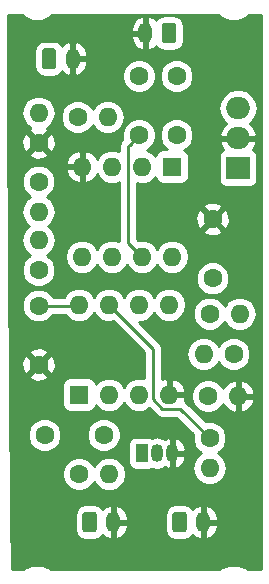
<source format=gbl>
G04 #@! TF.GenerationSoftware,KiCad,Pcbnew,(5.0.1)-rc2*
G04 #@! TF.CreationDate,2018-11-24T17:46:36-05:00*
G04 #@! TF.ProjectId,vco2,76636F322E6B696361645F7063620000,1*
G04 #@! TF.SameCoordinates,Original*
G04 #@! TF.FileFunction,Copper,L2,Bot,Signal*
G04 #@! TF.FilePolarity,Positive*
%FSLAX46Y46*%
G04 Gerber Fmt 4.6, Leading zero omitted, Abs format (unit mm)*
G04 Created by KiCad (PCBNEW (5.0.1)-rc2) date 11/24/2018 5:46:36 PM*
%MOMM*%
%LPD*%
G01*
G04 APERTURE LIST*
G04 #@! TA.AperFunction,ComponentPad*
%ADD10C,1.600000*%
G04 #@! TD*
G04 #@! TA.AperFunction,ComponentPad*
%ADD11O,1.600000X1.600000*%
G04 #@! TD*
G04 #@! TA.AperFunction,ComponentPad*
%ADD12R,2.000000X1.905000*%
G04 #@! TD*
G04 #@! TA.AperFunction,ComponentPad*
%ADD13O,2.000000X1.905000*%
G04 #@! TD*
G04 #@! TA.AperFunction,ComponentPad*
%ADD14O,1.200000X1.750000*%
G04 #@! TD*
G04 #@! TA.AperFunction,Conductor*
%ADD15C,0.100000*%
G04 #@! TD*
G04 #@! TA.AperFunction,ComponentPad*
%ADD16C,1.200000*%
G04 #@! TD*
G04 #@! TA.AperFunction,ComponentPad*
%ADD17R,1.600000X1.600000*%
G04 #@! TD*
G04 #@! TA.AperFunction,ComponentPad*
%ADD18O,1.050000X1.500000*%
G04 #@! TD*
G04 #@! TA.AperFunction,ComponentPad*
%ADD19R,1.050000X1.500000*%
G04 #@! TD*
G04 #@! TA.AperFunction,Conductor*
%ADD20C,0.254000*%
G04 #@! TD*
G04 APERTURE END LIST*
D10*
G04 #@! TO.P,C1,2*
G04 #@! TO.N,Net-(C1-Pad2)*
X145796000Y-108665000D03*
G04 #@! TO.P,C1,1*
G04 #@! TO.N,Net-(C1-Pad1)*
X145796000Y-113665000D03*
G04 #@! TD*
G04 #@! TO.P,C5,1*
G04 #@! TO.N,Net-(C5-Pad1)*
X142621000Y-113665000D03*
G04 #@! TO.P,C5,2*
G04 #@! TO.N,Net-(C5-Pad2)*
X142621000Y-108665000D03*
G04 #@! TD*
D11*
G04 #@! TO.P,R10,2*
G04 #@! TO.N,GND*
X151003000Y-135763000D03*
D10*
G04 #@! TO.P,R10,1*
G04 #@! TO.N,Net-(R10-Pad1)*
X148463000Y-135763000D03*
G04 #@! TD*
D12*
G04 #@! TO.P,U1,1*
G04 #@! TO.N,Net-(J2-Pad1)*
X151003000Y-116459000D03*
D13*
G04 #@! TO.P,U1,2*
G04 #@! TO.N,GND*
X151003000Y-113919000D03*
G04 #@! TO.P,U1,3*
G04 #@! TO.N,+5V*
X151003000Y-111379000D03*
G04 #@! TD*
D10*
G04 #@! TO.P,C2,1*
G04 #@! TO.N,Net-(C2-Pad1)*
X134620000Y-139065000D03*
G04 #@! TO.P,C2,2*
G04 #@! TO.N,Net-(C2-Pad2)*
X139620000Y-139065000D03*
G04 #@! TD*
G04 #@! TO.P,C3,2*
G04 #@! TO.N,+5V*
X148844000Y-125777000D03*
G04 #@! TO.P,C3,1*
G04 #@! TO.N,GND*
X148844000Y-120777000D03*
G04 #@! TD*
G04 #@! TO.P,C4,1*
G04 #@! TO.N,GND*
X134112000Y-133096000D03*
G04 #@! TO.P,C4,2*
G04 #@! TO.N,+5V*
X134112000Y-128096000D03*
G04 #@! TD*
D14*
G04 #@! TO.P,J1,2*
G04 #@! TO.N,GND*
X140430000Y-146431000D03*
D15*
G04 #@! TD*
G04 #@! TO.N,Net-(J1-Pad1)*
G04 #@! TO.C,J1*
G36*
X138804505Y-145557204D02*
X138828773Y-145560804D01*
X138852572Y-145566765D01*
X138875671Y-145575030D01*
X138897850Y-145585520D01*
X138918893Y-145598132D01*
X138938599Y-145612747D01*
X138956777Y-145629223D01*
X138973253Y-145647401D01*
X138987868Y-145667107D01*
X139000480Y-145688150D01*
X139010970Y-145710329D01*
X139019235Y-145733428D01*
X139025196Y-145757227D01*
X139028796Y-145781495D01*
X139030000Y-145805999D01*
X139030000Y-147056001D01*
X139028796Y-147080505D01*
X139025196Y-147104773D01*
X139019235Y-147128572D01*
X139010970Y-147151671D01*
X139000480Y-147173850D01*
X138987868Y-147194893D01*
X138973253Y-147214599D01*
X138956777Y-147232777D01*
X138938599Y-147249253D01*
X138918893Y-147263868D01*
X138897850Y-147276480D01*
X138875671Y-147286970D01*
X138852572Y-147295235D01*
X138828773Y-147301196D01*
X138804505Y-147304796D01*
X138780001Y-147306000D01*
X138079999Y-147306000D01*
X138055495Y-147304796D01*
X138031227Y-147301196D01*
X138007428Y-147295235D01*
X137984329Y-147286970D01*
X137962150Y-147276480D01*
X137941107Y-147263868D01*
X137921401Y-147249253D01*
X137903223Y-147232777D01*
X137886747Y-147214599D01*
X137872132Y-147194893D01*
X137859520Y-147173850D01*
X137849030Y-147151671D01*
X137840765Y-147128572D01*
X137834804Y-147104773D01*
X137831204Y-147080505D01*
X137830000Y-147056001D01*
X137830000Y-145805999D01*
X137831204Y-145781495D01*
X137834804Y-145757227D01*
X137840765Y-145733428D01*
X137849030Y-145710329D01*
X137859520Y-145688150D01*
X137872132Y-145667107D01*
X137886747Y-145647401D01*
X137903223Y-145629223D01*
X137921401Y-145612747D01*
X137941107Y-145598132D01*
X137962150Y-145585520D01*
X137984329Y-145575030D01*
X138007428Y-145566765D01*
X138031227Y-145560804D01*
X138055495Y-145557204D01*
X138079999Y-145556000D01*
X138780001Y-145556000D01*
X138804505Y-145557204D01*
X138804505Y-145557204D01*
G37*
D16*
G04 #@! TO.P,J1,1*
G04 #@! TO.N,Net-(J1-Pad1)*
X138430000Y-146431000D03*
G04 #@! TD*
D15*
G04 #@! TO.N,Net-(J2-Pad1)*
G04 #@! TO.C,J2*
G36*
X146424505Y-145557204D02*
X146448773Y-145560804D01*
X146472572Y-145566765D01*
X146495671Y-145575030D01*
X146517850Y-145585520D01*
X146538893Y-145598132D01*
X146558599Y-145612747D01*
X146576777Y-145629223D01*
X146593253Y-145647401D01*
X146607868Y-145667107D01*
X146620480Y-145688150D01*
X146630970Y-145710329D01*
X146639235Y-145733428D01*
X146645196Y-145757227D01*
X146648796Y-145781495D01*
X146650000Y-145805999D01*
X146650000Y-147056001D01*
X146648796Y-147080505D01*
X146645196Y-147104773D01*
X146639235Y-147128572D01*
X146630970Y-147151671D01*
X146620480Y-147173850D01*
X146607868Y-147194893D01*
X146593253Y-147214599D01*
X146576777Y-147232777D01*
X146558599Y-147249253D01*
X146538893Y-147263868D01*
X146517850Y-147276480D01*
X146495671Y-147286970D01*
X146472572Y-147295235D01*
X146448773Y-147301196D01*
X146424505Y-147304796D01*
X146400001Y-147306000D01*
X145699999Y-147306000D01*
X145675495Y-147304796D01*
X145651227Y-147301196D01*
X145627428Y-147295235D01*
X145604329Y-147286970D01*
X145582150Y-147276480D01*
X145561107Y-147263868D01*
X145541401Y-147249253D01*
X145523223Y-147232777D01*
X145506747Y-147214599D01*
X145492132Y-147194893D01*
X145479520Y-147173850D01*
X145469030Y-147151671D01*
X145460765Y-147128572D01*
X145454804Y-147104773D01*
X145451204Y-147080505D01*
X145450000Y-147056001D01*
X145450000Y-145805999D01*
X145451204Y-145781495D01*
X145454804Y-145757227D01*
X145460765Y-145733428D01*
X145469030Y-145710329D01*
X145479520Y-145688150D01*
X145492132Y-145667107D01*
X145506747Y-145647401D01*
X145523223Y-145629223D01*
X145541401Y-145612747D01*
X145561107Y-145598132D01*
X145582150Y-145585520D01*
X145604329Y-145575030D01*
X145627428Y-145566765D01*
X145651227Y-145560804D01*
X145675495Y-145557204D01*
X145699999Y-145556000D01*
X146400001Y-145556000D01*
X146424505Y-145557204D01*
X146424505Y-145557204D01*
G37*
D16*
G04 #@! TD*
G04 #@! TO.P,J2,1*
G04 #@! TO.N,Net-(J2-Pad1)*
X146050000Y-146431000D03*
D14*
G04 #@! TO.P,J2,2*
G04 #@! TO.N,GND*
X148050000Y-146431000D03*
G04 #@! TD*
G04 #@! TO.P,J3,2*
G04 #@! TO.N,GND*
X143161000Y-105029000D03*
D15*
G04 #@! TD*
G04 #@! TO.N,Net-(C1-Pad2)*
G04 #@! TO.C,J3*
G36*
X145535505Y-104155204D02*
X145559773Y-104158804D01*
X145583572Y-104164765D01*
X145606671Y-104173030D01*
X145628850Y-104183520D01*
X145649893Y-104196132D01*
X145669599Y-104210747D01*
X145687777Y-104227223D01*
X145704253Y-104245401D01*
X145718868Y-104265107D01*
X145731480Y-104286150D01*
X145741970Y-104308329D01*
X145750235Y-104331428D01*
X145756196Y-104355227D01*
X145759796Y-104379495D01*
X145761000Y-104403999D01*
X145761000Y-105654001D01*
X145759796Y-105678505D01*
X145756196Y-105702773D01*
X145750235Y-105726572D01*
X145741970Y-105749671D01*
X145731480Y-105771850D01*
X145718868Y-105792893D01*
X145704253Y-105812599D01*
X145687777Y-105830777D01*
X145669599Y-105847253D01*
X145649893Y-105861868D01*
X145628850Y-105874480D01*
X145606671Y-105884970D01*
X145583572Y-105893235D01*
X145559773Y-105899196D01*
X145535505Y-105902796D01*
X145511001Y-105904000D01*
X144810999Y-105904000D01*
X144786495Y-105902796D01*
X144762227Y-105899196D01*
X144738428Y-105893235D01*
X144715329Y-105884970D01*
X144693150Y-105874480D01*
X144672107Y-105861868D01*
X144652401Y-105847253D01*
X144634223Y-105830777D01*
X144617747Y-105812599D01*
X144603132Y-105792893D01*
X144590520Y-105771850D01*
X144580030Y-105749671D01*
X144571765Y-105726572D01*
X144565804Y-105702773D01*
X144562204Y-105678505D01*
X144561000Y-105654001D01*
X144561000Y-104403999D01*
X144562204Y-104379495D01*
X144565804Y-104355227D01*
X144571765Y-104331428D01*
X144580030Y-104308329D01*
X144590520Y-104286150D01*
X144603132Y-104265107D01*
X144617747Y-104245401D01*
X144634223Y-104227223D01*
X144652401Y-104210747D01*
X144672107Y-104196132D01*
X144693150Y-104183520D01*
X144715329Y-104173030D01*
X144738428Y-104164765D01*
X144762227Y-104158804D01*
X144786495Y-104155204D01*
X144810999Y-104154000D01*
X145511001Y-104154000D01*
X145535505Y-104155204D01*
X145535505Y-104155204D01*
G37*
D16*
G04 #@! TO.P,J3,1*
G04 #@! TO.N,Net-(C1-Pad2)*
X145161000Y-105029000D03*
G04 #@! TD*
D15*
G04 #@! TO.N,Net-(C5-Pad2)*
G04 #@! TO.C,J4*
G36*
X135375505Y-106314204D02*
X135399773Y-106317804D01*
X135423572Y-106323765D01*
X135446671Y-106332030D01*
X135468850Y-106342520D01*
X135489893Y-106355132D01*
X135509599Y-106369747D01*
X135527777Y-106386223D01*
X135544253Y-106404401D01*
X135558868Y-106424107D01*
X135571480Y-106445150D01*
X135581970Y-106467329D01*
X135590235Y-106490428D01*
X135596196Y-106514227D01*
X135599796Y-106538495D01*
X135601000Y-106562999D01*
X135601000Y-107813001D01*
X135599796Y-107837505D01*
X135596196Y-107861773D01*
X135590235Y-107885572D01*
X135581970Y-107908671D01*
X135571480Y-107930850D01*
X135558868Y-107951893D01*
X135544253Y-107971599D01*
X135527777Y-107989777D01*
X135509599Y-108006253D01*
X135489893Y-108020868D01*
X135468850Y-108033480D01*
X135446671Y-108043970D01*
X135423572Y-108052235D01*
X135399773Y-108058196D01*
X135375505Y-108061796D01*
X135351001Y-108063000D01*
X134650999Y-108063000D01*
X134626495Y-108061796D01*
X134602227Y-108058196D01*
X134578428Y-108052235D01*
X134555329Y-108043970D01*
X134533150Y-108033480D01*
X134512107Y-108020868D01*
X134492401Y-108006253D01*
X134474223Y-107989777D01*
X134457747Y-107971599D01*
X134443132Y-107951893D01*
X134430520Y-107930850D01*
X134420030Y-107908671D01*
X134411765Y-107885572D01*
X134405804Y-107861773D01*
X134402204Y-107837505D01*
X134401000Y-107813001D01*
X134401000Y-106562999D01*
X134402204Y-106538495D01*
X134405804Y-106514227D01*
X134411765Y-106490428D01*
X134420030Y-106467329D01*
X134430520Y-106445150D01*
X134443132Y-106424107D01*
X134457747Y-106404401D01*
X134474223Y-106386223D01*
X134492401Y-106369747D01*
X134512107Y-106355132D01*
X134533150Y-106342520D01*
X134555329Y-106332030D01*
X134578428Y-106323765D01*
X134602227Y-106317804D01*
X134626495Y-106314204D01*
X134650999Y-106313000D01*
X135351001Y-106313000D01*
X135375505Y-106314204D01*
X135375505Y-106314204D01*
G37*
D16*
G04 #@! TD*
G04 #@! TO.P,J4,1*
G04 #@! TO.N,Net-(C5-Pad2)*
X135001000Y-107188000D03*
D14*
G04 #@! TO.P,J4,2*
G04 #@! TO.N,GND*
X137001000Y-107188000D03*
G04 #@! TD*
D10*
G04 #@! TO.P,R14,1*
G04 #@! TO.N,Net-(R14-Pad1)*
X134112000Y-117602000D03*
D11*
G04 #@! TO.P,R14,2*
G04 #@! TO.N,Net-(R13-Pad1)*
X134112000Y-120142000D03*
G04 #@! TD*
G04 #@! TO.P,R15,2*
G04 #@! TO.N,Net-(Q3-Pad2)*
X148590000Y-141859000D03*
D10*
G04 #@! TO.P,R15,1*
G04 #@! TO.N,Net-(R14-Pad1)*
X148590000Y-139319000D03*
G04 #@! TD*
G04 #@! TO.P,R9,1*
G04 #@! TO.N,Net-(J1-Pad1)*
X150622000Y-132207000D03*
D11*
G04 #@! TO.P,R9,2*
G04 #@! TO.N,Net-(R10-Pad1)*
X148082000Y-132207000D03*
G04 #@! TD*
G04 #@! TO.P,R8,2*
G04 #@! TO.N,+5V*
X139954000Y-112141000D03*
D10*
G04 #@! TO.P,R8,1*
G04 #@! TO.N,Net-(R12-Pad2)*
X137414000Y-112141000D03*
G04 #@! TD*
G04 #@! TO.P,R7,1*
G04 #@! TO.N,Net-(C2-Pad2)*
X148590000Y-128778000D03*
D11*
G04 #@! TO.P,R7,2*
G04 #@! TO.N,Net-(J1-Pad1)*
X151130000Y-128778000D03*
G04 #@! TD*
D10*
G04 #@! TO.P,R11,1*
G04 #@! TO.N,Net-(C2-Pad2)*
X137541000Y-142367000D03*
D11*
G04 #@! TO.P,R11,2*
G04 #@! TO.N,Net-(Q3-Pad1)*
X140081000Y-142367000D03*
G04 #@! TD*
G04 #@! TO.P,R12,2*
G04 #@! TO.N,Net-(R12-Pad2)*
X134112000Y-111760000D03*
D10*
G04 #@! TO.P,R12,1*
G04 #@! TO.N,GND*
X134112000Y-114300000D03*
G04 #@! TD*
G04 #@! TO.P,R13,1*
G04 #@! TO.N,Net-(R13-Pad1)*
X134112000Y-125095000D03*
D11*
G04 #@! TO.P,R13,2*
G04 #@! TO.N,Net-(R12-Pad2)*
X134112000Y-122555000D03*
G04 #@! TD*
G04 #@! TO.P,U4,8*
G04 #@! TO.N,+5V*
X145415000Y-123952000D03*
G04 #@! TO.P,U4,4*
G04 #@! TO.N,GND*
X137795000Y-116332000D03*
G04 #@! TO.P,U4,7*
G04 #@! TO.N,Net-(C5-Pad1)*
X142875000Y-123952000D03*
G04 #@! TO.P,U4,3*
G04 #@! TO.N,Net-(C2-Pad1)*
X140335000Y-116332000D03*
G04 #@! TO.P,U4,6*
G04 #@! TO.N,Net-(C5-Pad1)*
X140335000Y-123952000D03*
G04 #@! TO.P,U4,2*
G04 #@! TO.N,Net-(C1-Pad1)*
X142875000Y-116332000D03*
G04 #@! TO.P,U4,5*
G04 #@! TO.N,Net-(R14-Pad1)*
X137795000Y-123952000D03*
D17*
G04 #@! TO.P,U4,1*
G04 #@! TO.N,Net-(C1-Pad1)*
X145415000Y-116332000D03*
G04 #@! TD*
G04 #@! TO.P,U3,1*
G04 #@! TO.N,Net-(C2-Pad1)*
X137541000Y-135636000D03*
D11*
G04 #@! TO.P,U3,5*
G04 #@! TO.N,Net-(R13-Pad1)*
X145161000Y-128016000D03*
G04 #@! TO.P,U3,2*
G04 #@! TO.N,Net-(C2-Pad2)*
X140081000Y-135636000D03*
G04 #@! TO.P,U3,6*
G04 #@! TO.N,Net-(C2-Pad1)*
X142621000Y-128016000D03*
G04 #@! TO.P,U3,3*
G04 #@! TO.N,Net-(R10-Pad1)*
X142621000Y-135636000D03*
G04 #@! TO.P,U3,7*
G04 #@! TO.N,Net-(R14-Pad1)*
X140081000Y-128016000D03*
G04 #@! TO.P,U3,4*
G04 #@! TO.N,GND*
X145161000Y-135636000D03*
G04 #@! TO.P,U3,8*
G04 #@! TO.N,+5V*
X137541000Y-128016000D03*
G04 #@! TD*
D18*
G04 #@! TO.P,Q3,2*
G04 #@! TO.N,Net-(Q3-Pad2)*
X144145000Y-140589000D03*
G04 #@! TO.P,Q3,3*
G04 #@! TO.N,GND*
X145415000Y-140589000D03*
D19*
G04 #@! TO.P,Q3,1*
G04 #@! TO.N,Net-(Q3-Pad1)*
X142875000Y-140589000D03*
G04 #@! TD*
D20*
G04 #@! TO.N,+5V*
X137461000Y-128096000D02*
X137541000Y-128016000D01*
X134112000Y-128096000D02*
X137461000Y-128096000D01*
G04 #@! TO.N,Net-(R14-Pad1)*
X140880999Y-128815999D02*
X140081000Y-128016000D01*
X143802001Y-131737001D02*
X140880999Y-128815999D01*
X143802001Y-136024883D02*
X143802001Y-131737001D01*
X144594119Y-136817001D02*
X143802001Y-136024883D01*
X146088001Y-136817001D02*
X144594119Y-136817001D01*
X148590000Y-139319000D02*
X146088001Y-136817001D01*
G04 #@! TO.N,Net-(C5-Pad1)*
X141821001Y-114464999D02*
X142621000Y-113665000D01*
X141693999Y-114592001D02*
X141821001Y-114464999D01*
X141693999Y-122770999D02*
X141693999Y-114592001D01*
X142875000Y-123952000D02*
X141693999Y-122770999D01*
G04 #@! TD*
G04 #@! TO.N,GND*
G36*
X132860588Y-103663801D02*
X133590159Y-103966000D01*
X134379841Y-103966000D01*
X135109412Y-103663801D01*
X135268213Y-103505000D01*
X149338787Y-103505000D01*
X149497588Y-103663801D01*
X150227159Y-103966000D01*
X151016841Y-103966000D01*
X151746412Y-103663801D01*
X151905213Y-103505000D01*
X152960001Y-103505000D01*
X152960000Y-150368000D01*
X151778213Y-150368000D01*
X151746412Y-150336199D01*
X151016841Y-150034000D01*
X150227159Y-150034000D01*
X149497588Y-150336199D01*
X149465787Y-150368000D01*
X135141213Y-150368000D01*
X135109412Y-150336199D01*
X134379841Y-150034000D01*
X133590159Y-150034000D01*
X132860588Y-150336199D01*
X132828787Y-150368000D01*
X131824977Y-150368000D01*
X131788089Y-145805999D01*
X137182560Y-145805999D01*
X137182560Y-147056001D01*
X137250873Y-147399436D01*
X137445414Y-147690586D01*
X137736564Y-147885127D01*
X138079999Y-147953440D01*
X138780001Y-147953440D01*
X139123436Y-147885127D01*
X139414586Y-147690586D01*
X139526127Y-147523653D01*
X139646526Y-147669080D01*
X140074719Y-147895592D01*
X140112391Y-147899462D01*
X140303000Y-147774731D01*
X140303000Y-146558000D01*
X140557000Y-146558000D01*
X140557000Y-147774731D01*
X140747609Y-147899462D01*
X140785281Y-147895592D01*
X141213474Y-147669080D01*
X141522390Y-147295947D01*
X141665000Y-146833000D01*
X141665000Y-146558000D01*
X140557000Y-146558000D01*
X140303000Y-146558000D01*
X140283000Y-146558000D01*
X140283000Y-146304000D01*
X140303000Y-146304000D01*
X140303000Y-145087269D01*
X140557000Y-145087269D01*
X140557000Y-146304000D01*
X141665000Y-146304000D01*
X141665000Y-146029000D01*
X141596305Y-145805999D01*
X144802560Y-145805999D01*
X144802560Y-147056001D01*
X144870873Y-147399436D01*
X145065414Y-147690586D01*
X145356564Y-147885127D01*
X145699999Y-147953440D01*
X146400001Y-147953440D01*
X146743436Y-147885127D01*
X147034586Y-147690586D01*
X147146127Y-147523653D01*
X147266526Y-147669080D01*
X147694719Y-147895592D01*
X147732391Y-147899462D01*
X147923000Y-147774731D01*
X147923000Y-146558000D01*
X148177000Y-146558000D01*
X148177000Y-147774731D01*
X148367609Y-147899462D01*
X148405281Y-147895592D01*
X148833474Y-147669080D01*
X149142390Y-147295947D01*
X149285000Y-146833000D01*
X149285000Y-146558000D01*
X148177000Y-146558000D01*
X147923000Y-146558000D01*
X147903000Y-146558000D01*
X147903000Y-146304000D01*
X147923000Y-146304000D01*
X147923000Y-145087269D01*
X148177000Y-145087269D01*
X148177000Y-146304000D01*
X149285000Y-146304000D01*
X149285000Y-146029000D01*
X149142390Y-145566053D01*
X148833474Y-145192920D01*
X148405281Y-144966408D01*
X148367609Y-144962538D01*
X148177000Y-145087269D01*
X147923000Y-145087269D01*
X147732391Y-144962538D01*
X147694719Y-144966408D01*
X147266526Y-145192920D01*
X147146127Y-145338347D01*
X147034586Y-145171414D01*
X146743436Y-144976873D01*
X146400001Y-144908560D01*
X145699999Y-144908560D01*
X145356564Y-144976873D01*
X145065414Y-145171414D01*
X144870873Y-145462564D01*
X144802560Y-145805999D01*
X141596305Y-145805999D01*
X141522390Y-145566053D01*
X141213474Y-145192920D01*
X140785281Y-144966408D01*
X140747609Y-144962538D01*
X140557000Y-145087269D01*
X140303000Y-145087269D01*
X140112391Y-144962538D01*
X140074719Y-144966408D01*
X139646526Y-145192920D01*
X139526127Y-145338347D01*
X139414586Y-145171414D01*
X139123436Y-144976873D01*
X138780001Y-144908560D01*
X138079999Y-144908560D01*
X137736564Y-144976873D01*
X137445414Y-145171414D01*
X137250873Y-145462564D01*
X137182560Y-145805999D01*
X131788089Y-145805999D01*
X131757972Y-142081561D01*
X136106000Y-142081561D01*
X136106000Y-142652439D01*
X136324466Y-143179862D01*
X136728138Y-143583534D01*
X137255561Y-143802000D01*
X137826439Y-143802000D01*
X138353862Y-143583534D01*
X138757534Y-143179862D01*
X138811394Y-143049832D01*
X139046423Y-143401577D01*
X139521091Y-143718740D01*
X139939667Y-143802000D01*
X140222333Y-143802000D01*
X140640909Y-143718740D01*
X141115577Y-143401577D01*
X141432740Y-142926909D01*
X141544113Y-142367000D01*
X141432740Y-141807091D01*
X141115577Y-141332423D01*
X140640909Y-141015260D01*
X140222333Y-140932000D01*
X139939667Y-140932000D01*
X139521091Y-141015260D01*
X139046423Y-141332423D01*
X138811394Y-141684168D01*
X138757534Y-141554138D01*
X138353862Y-141150466D01*
X137826439Y-140932000D01*
X137255561Y-140932000D01*
X136728138Y-141150466D01*
X136324466Y-141554138D01*
X136106000Y-142081561D01*
X131757972Y-142081561D01*
X131731271Y-138779561D01*
X133185000Y-138779561D01*
X133185000Y-139350439D01*
X133403466Y-139877862D01*
X133807138Y-140281534D01*
X134334561Y-140500000D01*
X134905439Y-140500000D01*
X135432862Y-140281534D01*
X135836534Y-139877862D01*
X136055000Y-139350439D01*
X136055000Y-138779561D01*
X138185000Y-138779561D01*
X138185000Y-139350439D01*
X138403466Y-139877862D01*
X138807138Y-140281534D01*
X139334561Y-140500000D01*
X139905439Y-140500000D01*
X140432862Y-140281534D01*
X140836534Y-139877862D01*
X140852631Y-139839000D01*
X141702560Y-139839000D01*
X141702560Y-141339000D01*
X141751843Y-141586765D01*
X141892191Y-141796809D01*
X142102235Y-141937157D01*
X142350000Y-141986440D01*
X143400000Y-141986440D01*
X143647765Y-141937157D01*
X143693134Y-141906842D01*
X144145000Y-141996725D01*
X144597609Y-141906695D01*
X144789996Y-141778146D01*
X145047664Y-141924266D01*
X145109190Y-141932964D01*
X145288000Y-141807163D01*
X145288000Y-141013709D01*
X145305000Y-140928245D01*
X145305000Y-140716000D01*
X145542000Y-140716000D01*
X145542000Y-141807163D01*
X145720810Y-141932964D01*
X145782336Y-141924266D01*
X146179255Y-141699179D01*
X146459823Y-141339331D01*
X146581326Y-140899506D01*
X146421593Y-140716000D01*
X145542000Y-140716000D01*
X145305000Y-140716000D01*
X145305000Y-140249754D01*
X145288000Y-140164290D01*
X145288000Y-139370837D01*
X145542000Y-139370837D01*
X145542000Y-140462000D01*
X146421593Y-140462000D01*
X146581326Y-140278494D01*
X146459823Y-139838669D01*
X146179255Y-139478821D01*
X145782336Y-139253734D01*
X145720810Y-139245036D01*
X145542000Y-139370837D01*
X145288000Y-139370837D01*
X145109190Y-139245036D01*
X145047664Y-139253734D01*
X144789996Y-139399854D01*
X144597608Y-139271305D01*
X144145000Y-139181275D01*
X143693133Y-139271157D01*
X143647765Y-139240843D01*
X143400000Y-139191560D01*
X142350000Y-139191560D01*
X142102235Y-139240843D01*
X141892191Y-139381191D01*
X141751843Y-139591235D01*
X141702560Y-139839000D01*
X140852631Y-139839000D01*
X141055000Y-139350439D01*
X141055000Y-138779561D01*
X140836534Y-138252138D01*
X140432862Y-137848466D01*
X139905439Y-137630000D01*
X139334561Y-137630000D01*
X138807138Y-137848466D01*
X138403466Y-138252138D01*
X138185000Y-138779561D01*
X136055000Y-138779561D01*
X135836534Y-138252138D01*
X135432862Y-137848466D01*
X134905439Y-137630000D01*
X134334561Y-137630000D01*
X133807138Y-137848466D01*
X133403466Y-138252138D01*
X133185000Y-138779561D01*
X131731271Y-138779561D01*
X131693461Y-134103745D01*
X133283861Y-134103745D01*
X133357995Y-134349864D01*
X133895223Y-134542965D01*
X134465454Y-134515778D01*
X134866005Y-134349864D01*
X134940139Y-134103745D01*
X134112000Y-133275605D01*
X133283861Y-134103745D01*
X131693461Y-134103745D01*
X131683559Y-132879223D01*
X132665035Y-132879223D01*
X132692222Y-133449454D01*
X132858136Y-133850005D01*
X133104255Y-133924139D01*
X133932395Y-133096000D01*
X134291605Y-133096000D01*
X135119745Y-133924139D01*
X135365864Y-133850005D01*
X135558965Y-133312777D01*
X135531778Y-132742546D01*
X135365864Y-132341995D01*
X135119745Y-132267861D01*
X134291605Y-133096000D01*
X133932395Y-133096000D01*
X133104255Y-132267861D01*
X132858136Y-132341995D01*
X132665035Y-132879223D01*
X131683559Y-132879223D01*
X131677164Y-132088255D01*
X133283861Y-132088255D01*
X134112000Y-132916395D01*
X134940139Y-132088255D01*
X134866005Y-131842136D01*
X134328777Y-131649035D01*
X133758546Y-131676222D01*
X133357995Y-131842136D01*
X133283861Y-132088255D01*
X131677164Y-132088255D01*
X131642573Y-127810561D01*
X132677000Y-127810561D01*
X132677000Y-128381439D01*
X132895466Y-128908862D01*
X133299138Y-129312534D01*
X133826561Y-129531000D01*
X134397439Y-129531000D01*
X134924862Y-129312534D01*
X135328534Y-128908862D01*
X135349602Y-128858000D01*
X136377747Y-128858000D01*
X136506423Y-129050577D01*
X136981091Y-129367740D01*
X137399667Y-129451000D01*
X137682333Y-129451000D01*
X138100909Y-129367740D01*
X138575577Y-129050577D01*
X138811000Y-128698242D01*
X139046423Y-129050577D01*
X139521091Y-129367740D01*
X139939667Y-129451000D01*
X140222333Y-129451000D01*
X140402527Y-129415157D01*
X143040002Y-132052633D01*
X143040001Y-134256232D01*
X142762333Y-134201000D01*
X142479667Y-134201000D01*
X142061091Y-134284260D01*
X141586423Y-134601423D01*
X141351000Y-134953758D01*
X141115577Y-134601423D01*
X140640909Y-134284260D01*
X140222333Y-134201000D01*
X139939667Y-134201000D01*
X139521091Y-134284260D01*
X139046423Y-134601423D01*
X138965785Y-134722106D01*
X138939157Y-134588235D01*
X138798809Y-134378191D01*
X138588765Y-134237843D01*
X138341000Y-134188560D01*
X136741000Y-134188560D01*
X136493235Y-134237843D01*
X136283191Y-134378191D01*
X136142843Y-134588235D01*
X136093560Y-134836000D01*
X136093560Y-136436000D01*
X136142843Y-136683765D01*
X136283191Y-136893809D01*
X136493235Y-137034157D01*
X136741000Y-137083440D01*
X138341000Y-137083440D01*
X138588765Y-137034157D01*
X138798809Y-136893809D01*
X138939157Y-136683765D01*
X138965785Y-136549894D01*
X139046423Y-136670577D01*
X139521091Y-136987740D01*
X139939667Y-137071000D01*
X140222333Y-137071000D01*
X140640909Y-136987740D01*
X141115577Y-136670577D01*
X141351000Y-136318242D01*
X141586423Y-136670577D01*
X142061091Y-136987740D01*
X142479667Y-137071000D01*
X142762333Y-137071000D01*
X143180909Y-136987740D01*
X143484425Y-136784937D01*
X144002236Y-137302749D01*
X144044748Y-137366372D01*
X144296802Y-137534789D01*
X144519071Y-137579001D01*
X144519075Y-137579001D01*
X144594118Y-137593928D01*
X144669161Y-137579001D01*
X145772371Y-137579001D01*
X147176068Y-138982699D01*
X147155000Y-139033561D01*
X147155000Y-139604439D01*
X147373466Y-140131862D01*
X147777138Y-140535534D01*
X147907168Y-140589394D01*
X147555423Y-140824423D01*
X147238260Y-141299091D01*
X147126887Y-141859000D01*
X147238260Y-142418909D01*
X147555423Y-142893577D01*
X148030091Y-143210740D01*
X148448667Y-143294000D01*
X148731333Y-143294000D01*
X149149909Y-143210740D01*
X149624577Y-142893577D01*
X149941740Y-142418909D01*
X150053113Y-141859000D01*
X149941740Y-141299091D01*
X149624577Y-140824423D01*
X149272832Y-140589394D01*
X149402862Y-140535534D01*
X149806534Y-140131862D01*
X150025000Y-139604439D01*
X150025000Y-139033561D01*
X149806534Y-138506138D01*
X149402862Y-138102466D01*
X148875439Y-137884000D01*
X148304561Y-137884000D01*
X148253699Y-137905068D01*
X146679884Y-136331254D01*
X146637372Y-136267630D01*
X146471595Y-136156861D01*
X146552914Y-135985041D01*
X146431629Y-135763000D01*
X145288000Y-135763000D01*
X145288000Y-135783000D01*
X145034000Y-135783000D01*
X145034000Y-135763000D01*
X145014000Y-135763000D01*
X145014000Y-135509000D01*
X145034000Y-135509000D01*
X145034000Y-134366085D01*
X145288000Y-134366085D01*
X145288000Y-135509000D01*
X146431629Y-135509000D01*
X146448801Y-135477561D01*
X147028000Y-135477561D01*
X147028000Y-136048439D01*
X147246466Y-136575862D01*
X147650138Y-136979534D01*
X148177561Y-137198000D01*
X148748439Y-137198000D01*
X149275862Y-136979534D01*
X149679534Y-136575862D01*
X149741372Y-136426573D01*
X149771959Y-136500423D01*
X150147866Y-136915389D01*
X150653959Y-137154914D01*
X150876000Y-137033629D01*
X150876000Y-135890000D01*
X151130000Y-135890000D01*
X151130000Y-137033629D01*
X151352041Y-137154914D01*
X151858134Y-136915389D01*
X152234041Y-136500423D01*
X152394904Y-136112039D01*
X152272915Y-135890000D01*
X151130000Y-135890000D01*
X150876000Y-135890000D01*
X150856000Y-135890000D01*
X150856000Y-135636000D01*
X150876000Y-135636000D01*
X150876000Y-134492371D01*
X151130000Y-134492371D01*
X151130000Y-135636000D01*
X152272915Y-135636000D01*
X152394904Y-135413961D01*
X152234041Y-135025577D01*
X151858134Y-134610611D01*
X151352041Y-134371086D01*
X151130000Y-134492371D01*
X150876000Y-134492371D01*
X150653959Y-134371086D01*
X150147866Y-134610611D01*
X149771959Y-135025577D01*
X149741372Y-135099427D01*
X149679534Y-134950138D01*
X149275862Y-134546466D01*
X148748439Y-134328000D01*
X148177561Y-134328000D01*
X147650138Y-134546466D01*
X147246466Y-134950138D01*
X147028000Y-135477561D01*
X146448801Y-135477561D01*
X146552914Y-135286959D01*
X146313389Y-134780866D01*
X145898423Y-134404959D01*
X145510039Y-134244096D01*
X145288000Y-134366085D01*
X145034000Y-134366085D01*
X144811961Y-134244096D01*
X144564001Y-134346797D01*
X144564001Y-132207000D01*
X146618887Y-132207000D01*
X146730260Y-132766909D01*
X147047423Y-133241577D01*
X147522091Y-133558740D01*
X147940667Y-133642000D01*
X148223333Y-133642000D01*
X148641909Y-133558740D01*
X149116577Y-133241577D01*
X149351606Y-132889832D01*
X149405466Y-133019862D01*
X149809138Y-133423534D01*
X150336561Y-133642000D01*
X150907439Y-133642000D01*
X151434862Y-133423534D01*
X151838534Y-133019862D01*
X152057000Y-132492439D01*
X152057000Y-131921561D01*
X151838534Y-131394138D01*
X151434862Y-130990466D01*
X150907439Y-130772000D01*
X150336561Y-130772000D01*
X149809138Y-130990466D01*
X149405466Y-131394138D01*
X149351606Y-131524168D01*
X149116577Y-131172423D01*
X148641909Y-130855260D01*
X148223333Y-130772000D01*
X147940667Y-130772000D01*
X147522091Y-130855260D01*
X147047423Y-131172423D01*
X146730260Y-131647091D01*
X146618887Y-132207000D01*
X144564001Y-132207000D01*
X144564001Y-131812048D01*
X144578929Y-131737001D01*
X144561045Y-131647091D01*
X144519789Y-131439684D01*
X144351372Y-131187630D01*
X144287750Y-131145119D01*
X142593630Y-129451000D01*
X142762333Y-129451000D01*
X143180909Y-129367740D01*
X143655577Y-129050577D01*
X143891000Y-128698242D01*
X144126423Y-129050577D01*
X144601091Y-129367740D01*
X145019667Y-129451000D01*
X145302333Y-129451000D01*
X145720909Y-129367740D01*
X146195577Y-129050577D01*
X146512740Y-128575909D01*
X146529318Y-128492561D01*
X147155000Y-128492561D01*
X147155000Y-129063439D01*
X147373466Y-129590862D01*
X147777138Y-129994534D01*
X148304561Y-130213000D01*
X148875439Y-130213000D01*
X149402862Y-129994534D01*
X149806534Y-129590862D01*
X149860394Y-129460832D01*
X150095423Y-129812577D01*
X150570091Y-130129740D01*
X150988667Y-130213000D01*
X151271333Y-130213000D01*
X151689909Y-130129740D01*
X152164577Y-129812577D01*
X152481740Y-129337909D01*
X152593113Y-128778000D01*
X152481740Y-128218091D01*
X152164577Y-127743423D01*
X151689909Y-127426260D01*
X151271333Y-127343000D01*
X150988667Y-127343000D01*
X150570091Y-127426260D01*
X150095423Y-127743423D01*
X149860394Y-128095168D01*
X149806534Y-127965138D01*
X149402862Y-127561466D01*
X148875439Y-127343000D01*
X148304561Y-127343000D01*
X147777138Y-127561466D01*
X147373466Y-127965138D01*
X147155000Y-128492561D01*
X146529318Y-128492561D01*
X146624113Y-128016000D01*
X146512740Y-127456091D01*
X146195577Y-126981423D01*
X145720909Y-126664260D01*
X145302333Y-126581000D01*
X145019667Y-126581000D01*
X144601091Y-126664260D01*
X144126423Y-126981423D01*
X143891000Y-127333758D01*
X143655577Y-126981423D01*
X143180909Y-126664260D01*
X142762333Y-126581000D01*
X142479667Y-126581000D01*
X142061091Y-126664260D01*
X141586423Y-126981423D01*
X141351000Y-127333758D01*
X141115577Y-126981423D01*
X140640909Y-126664260D01*
X140222333Y-126581000D01*
X139939667Y-126581000D01*
X139521091Y-126664260D01*
X139046423Y-126981423D01*
X138811000Y-127333758D01*
X138575577Y-126981423D01*
X138100909Y-126664260D01*
X137682333Y-126581000D01*
X137399667Y-126581000D01*
X136981091Y-126664260D01*
X136506423Y-126981423D01*
X136270839Y-127334000D01*
X135349602Y-127334000D01*
X135328534Y-127283138D01*
X134924862Y-126879466D01*
X134397439Y-126661000D01*
X133826561Y-126661000D01*
X133299138Y-126879466D01*
X132895466Y-127283138D01*
X132677000Y-127810561D01*
X131642573Y-127810561D01*
X131580562Y-120142000D01*
X132648887Y-120142000D01*
X132760260Y-120701909D01*
X133077423Y-121176577D01*
X133334724Y-121348500D01*
X133077423Y-121520423D01*
X132760260Y-121995091D01*
X132648887Y-122555000D01*
X132760260Y-123114909D01*
X133077423Y-123589577D01*
X133429168Y-123824606D01*
X133299138Y-123878466D01*
X132895466Y-124282138D01*
X132677000Y-124809561D01*
X132677000Y-125380439D01*
X132895466Y-125907862D01*
X133299138Y-126311534D01*
X133826561Y-126530000D01*
X134397439Y-126530000D01*
X134924862Y-126311534D01*
X135328534Y-125907862D01*
X135500971Y-125491561D01*
X147409000Y-125491561D01*
X147409000Y-126062439D01*
X147627466Y-126589862D01*
X148031138Y-126993534D01*
X148558561Y-127212000D01*
X149129439Y-127212000D01*
X149656862Y-126993534D01*
X150060534Y-126589862D01*
X150279000Y-126062439D01*
X150279000Y-125491561D01*
X150060534Y-124964138D01*
X149656862Y-124560466D01*
X149129439Y-124342000D01*
X148558561Y-124342000D01*
X148031138Y-124560466D01*
X147627466Y-124964138D01*
X147409000Y-125491561D01*
X135500971Y-125491561D01*
X135547000Y-125380439D01*
X135547000Y-124809561D01*
X135328534Y-124282138D01*
X134998396Y-123952000D01*
X136331887Y-123952000D01*
X136443260Y-124511909D01*
X136760423Y-124986577D01*
X137235091Y-125303740D01*
X137653667Y-125387000D01*
X137936333Y-125387000D01*
X138354909Y-125303740D01*
X138829577Y-124986577D01*
X139065000Y-124634242D01*
X139300423Y-124986577D01*
X139775091Y-125303740D01*
X140193667Y-125387000D01*
X140476333Y-125387000D01*
X140894909Y-125303740D01*
X141369577Y-124986577D01*
X141605000Y-124634242D01*
X141840423Y-124986577D01*
X142315091Y-125303740D01*
X142733667Y-125387000D01*
X143016333Y-125387000D01*
X143434909Y-125303740D01*
X143909577Y-124986577D01*
X144145000Y-124634242D01*
X144380423Y-124986577D01*
X144855091Y-125303740D01*
X145273667Y-125387000D01*
X145556333Y-125387000D01*
X145974909Y-125303740D01*
X146449577Y-124986577D01*
X146766740Y-124511909D01*
X146878113Y-123952000D01*
X146766740Y-123392091D01*
X146449577Y-122917423D01*
X145974909Y-122600260D01*
X145556333Y-122517000D01*
X145273667Y-122517000D01*
X144855091Y-122600260D01*
X144380423Y-122917423D01*
X144145000Y-123269758D01*
X143909577Y-122917423D01*
X143434909Y-122600260D01*
X143016333Y-122517000D01*
X142733667Y-122517000D01*
X142553473Y-122552843D01*
X142455999Y-122455369D01*
X142455999Y-121784745D01*
X148015861Y-121784745D01*
X148089995Y-122030864D01*
X148627223Y-122223965D01*
X149197454Y-122196778D01*
X149598005Y-122030864D01*
X149672139Y-121784745D01*
X148844000Y-120956605D01*
X148015861Y-121784745D01*
X142455999Y-121784745D01*
X142455999Y-120560223D01*
X147397035Y-120560223D01*
X147424222Y-121130454D01*
X147590136Y-121531005D01*
X147836255Y-121605139D01*
X148664395Y-120777000D01*
X149023605Y-120777000D01*
X149851745Y-121605139D01*
X150097864Y-121531005D01*
X150290965Y-120993777D01*
X150263778Y-120423546D01*
X150097864Y-120022995D01*
X149851745Y-119948861D01*
X149023605Y-120777000D01*
X148664395Y-120777000D01*
X147836255Y-119948861D01*
X147590136Y-120022995D01*
X147397035Y-120560223D01*
X142455999Y-120560223D01*
X142455999Y-119769255D01*
X148015861Y-119769255D01*
X148844000Y-120597395D01*
X149672139Y-119769255D01*
X149598005Y-119523136D01*
X149060777Y-119330035D01*
X148490546Y-119357222D01*
X148089995Y-119523136D01*
X148015861Y-119769255D01*
X142455999Y-119769255D01*
X142455999Y-117711768D01*
X142733667Y-117767000D01*
X143016333Y-117767000D01*
X143434909Y-117683740D01*
X143909577Y-117366577D01*
X143990215Y-117245894D01*
X144016843Y-117379765D01*
X144157191Y-117589809D01*
X144367235Y-117730157D01*
X144615000Y-117779440D01*
X146215000Y-117779440D01*
X146462765Y-117730157D01*
X146672809Y-117589809D01*
X146813157Y-117379765D01*
X146862440Y-117132000D01*
X146862440Y-115532000D01*
X146857368Y-115506500D01*
X149355560Y-115506500D01*
X149355560Y-117411500D01*
X149404843Y-117659265D01*
X149545191Y-117869309D01*
X149755235Y-118009657D01*
X150003000Y-118058940D01*
X152003000Y-118058940D01*
X152250765Y-118009657D01*
X152460809Y-117869309D01*
X152601157Y-117659265D01*
X152650440Y-117411500D01*
X152650440Y-115506500D01*
X152601157Y-115258735D01*
X152460809Y-115048691D01*
X152255857Y-114911745D01*
X152378973Y-114785924D01*
X152593563Y-114291980D01*
X152473594Y-114046000D01*
X151130000Y-114046000D01*
X151130000Y-114066000D01*
X150876000Y-114066000D01*
X150876000Y-114046000D01*
X149532406Y-114046000D01*
X149412437Y-114291980D01*
X149627027Y-114785924D01*
X149750143Y-114911745D01*
X149545191Y-115048691D01*
X149404843Y-115258735D01*
X149355560Y-115506500D01*
X146857368Y-115506500D01*
X146813157Y-115284235D01*
X146672809Y-115074191D01*
X146470347Y-114938909D01*
X146608862Y-114881534D01*
X147012534Y-114477862D01*
X147231000Y-113950439D01*
X147231000Y-113379561D01*
X147012534Y-112852138D01*
X146608862Y-112448466D01*
X146081439Y-112230000D01*
X145510561Y-112230000D01*
X144983138Y-112448466D01*
X144579466Y-112852138D01*
X144361000Y-113379561D01*
X144361000Y-113950439D01*
X144579466Y-114477862D01*
X144983138Y-114881534D01*
X144990443Y-114884560D01*
X144615000Y-114884560D01*
X144367235Y-114933843D01*
X144157191Y-115074191D01*
X144016843Y-115284235D01*
X143990215Y-115418106D01*
X143909577Y-115297423D01*
X143434909Y-114980260D01*
X143273181Y-114948090D01*
X143433862Y-114881534D01*
X143837534Y-114477862D01*
X144056000Y-113950439D01*
X144056000Y-113379561D01*
X143837534Y-112852138D01*
X143433862Y-112448466D01*
X142906439Y-112230000D01*
X142335561Y-112230000D01*
X141808138Y-112448466D01*
X141404466Y-112852138D01*
X141186000Y-113379561D01*
X141186000Y-113950439D01*
X141206941Y-114000995D01*
X141144629Y-114042630D01*
X141102118Y-114106252D01*
X141102117Y-114106253D01*
X140976212Y-114294684D01*
X140917072Y-114592001D01*
X140932000Y-114667049D01*
X140932000Y-115005043D01*
X140894909Y-114980260D01*
X140476333Y-114897000D01*
X140193667Y-114897000D01*
X139775091Y-114980260D01*
X139300423Y-115297423D01*
X139044053Y-115681108D01*
X138947389Y-115476866D01*
X138532423Y-115100959D01*
X138144039Y-114940096D01*
X137922000Y-115062085D01*
X137922000Y-116205000D01*
X137942000Y-116205000D01*
X137942000Y-116459000D01*
X137922000Y-116459000D01*
X137922000Y-117601915D01*
X138144039Y-117723904D01*
X138532423Y-117563041D01*
X138947389Y-117187134D01*
X139044053Y-116982892D01*
X139300423Y-117366577D01*
X139775091Y-117683740D01*
X140193667Y-117767000D01*
X140476333Y-117767000D01*
X140894909Y-117683740D01*
X140932000Y-117658957D01*
X140931999Y-122625043D01*
X140894909Y-122600260D01*
X140476333Y-122517000D01*
X140193667Y-122517000D01*
X139775091Y-122600260D01*
X139300423Y-122917423D01*
X139065000Y-123269758D01*
X138829577Y-122917423D01*
X138354909Y-122600260D01*
X137936333Y-122517000D01*
X137653667Y-122517000D01*
X137235091Y-122600260D01*
X136760423Y-122917423D01*
X136443260Y-123392091D01*
X136331887Y-123952000D01*
X134998396Y-123952000D01*
X134924862Y-123878466D01*
X134794832Y-123824606D01*
X135146577Y-123589577D01*
X135463740Y-123114909D01*
X135575113Y-122555000D01*
X135463740Y-121995091D01*
X135146577Y-121520423D01*
X134889276Y-121348500D01*
X135146577Y-121176577D01*
X135463740Y-120701909D01*
X135575113Y-120142000D01*
X135463740Y-119582091D01*
X135146577Y-119107423D01*
X134794832Y-118872394D01*
X134924862Y-118818534D01*
X135328534Y-118414862D01*
X135547000Y-117887439D01*
X135547000Y-117316561D01*
X135328534Y-116789138D01*
X135220437Y-116681041D01*
X136403086Y-116681041D01*
X136642611Y-117187134D01*
X137057577Y-117563041D01*
X137445961Y-117723904D01*
X137668000Y-117601915D01*
X137668000Y-116459000D01*
X136524371Y-116459000D01*
X136403086Y-116681041D01*
X135220437Y-116681041D01*
X134924862Y-116385466D01*
X134397439Y-116167000D01*
X133826561Y-116167000D01*
X133299138Y-116385466D01*
X132895466Y-116789138D01*
X132677000Y-117316561D01*
X132677000Y-117887439D01*
X132895466Y-118414862D01*
X133299138Y-118818534D01*
X133429168Y-118872394D01*
X133077423Y-119107423D01*
X132760260Y-119582091D01*
X132648887Y-120142000D01*
X131580562Y-120142000D01*
X131546932Y-115982959D01*
X136403086Y-115982959D01*
X136524371Y-116205000D01*
X137668000Y-116205000D01*
X137668000Y-115062085D01*
X137445961Y-114940096D01*
X137057577Y-115100959D01*
X136642611Y-115476866D01*
X136403086Y-115982959D01*
X131546932Y-115982959D01*
X131541472Y-115307745D01*
X133283861Y-115307745D01*
X133357995Y-115553864D01*
X133895223Y-115746965D01*
X134465454Y-115719778D01*
X134866005Y-115553864D01*
X134940139Y-115307745D01*
X134112000Y-114479605D01*
X133283861Y-115307745D01*
X131541472Y-115307745D01*
X131531570Y-114083223D01*
X132665035Y-114083223D01*
X132692222Y-114653454D01*
X132858136Y-115054005D01*
X133104255Y-115128139D01*
X133932395Y-114300000D01*
X134291605Y-114300000D01*
X135119745Y-115128139D01*
X135365864Y-115054005D01*
X135558965Y-114516777D01*
X135531778Y-113946546D01*
X135365864Y-113545995D01*
X135119745Y-113471861D01*
X134291605Y-114300000D01*
X133932395Y-114300000D01*
X133104255Y-113471861D01*
X132858136Y-113545995D01*
X132665035Y-114083223D01*
X131531570Y-114083223D01*
X131520000Y-112652502D01*
X131520000Y-111760000D01*
X132648887Y-111760000D01*
X132760260Y-112319909D01*
X133077423Y-112794577D01*
X133417203Y-113021611D01*
X133357995Y-113046136D01*
X133283861Y-113292255D01*
X134112000Y-114120395D01*
X134940139Y-113292255D01*
X134866005Y-113046136D01*
X134803641Y-113023720D01*
X135146577Y-112794577D01*
X135463740Y-112319909D01*
X135556104Y-111855561D01*
X135979000Y-111855561D01*
X135979000Y-112426439D01*
X136197466Y-112953862D01*
X136601138Y-113357534D01*
X137128561Y-113576000D01*
X137699439Y-113576000D01*
X138226862Y-113357534D01*
X138630534Y-112953862D01*
X138684394Y-112823832D01*
X138919423Y-113175577D01*
X139394091Y-113492740D01*
X139812667Y-113576000D01*
X140095333Y-113576000D01*
X140513909Y-113492740D01*
X140988577Y-113175577D01*
X141305740Y-112700909D01*
X141417113Y-112141000D01*
X141305740Y-111581091D01*
X141170708Y-111379000D01*
X149336900Y-111379000D01*
X149460109Y-111998411D01*
X149810977Y-112523523D01*
X150012474Y-112658159D01*
X149627027Y-113052076D01*
X149412437Y-113546020D01*
X149532406Y-113792000D01*
X150876000Y-113792000D01*
X150876000Y-113772000D01*
X151130000Y-113772000D01*
X151130000Y-113792000D01*
X152473594Y-113792000D01*
X152593563Y-113546020D01*
X152378973Y-113052076D01*
X151993526Y-112658159D01*
X152195023Y-112523523D01*
X152545891Y-111998411D01*
X152669100Y-111379000D01*
X152545891Y-110759589D01*
X152195023Y-110234477D01*
X151669911Y-109883609D01*
X151206850Y-109791500D01*
X150799150Y-109791500D01*
X150336089Y-109883609D01*
X149810977Y-110234477D01*
X149460109Y-110759589D01*
X149336900Y-111379000D01*
X141170708Y-111379000D01*
X140988577Y-111106423D01*
X140513909Y-110789260D01*
X140095333Y-110706000D01*
X139812667Y-110706000D01*
X139394091Y-110789260D01*
X138919423Y-111106423D01*
X138684394Y-111458168D01*
X138630534Y-111328138D01*
X138226862Y-110924466D01*
X137699439Y-110706000D01*
X137128561Y-110706000D01*
X136601138Y-110924466D01*
X136197466Y-111328138D01*
X135979000Y-111855561D01*
X135556104Y-111855561D01*
X135575113Y-111760000D01*
X135463740Y-111200091D01*
X135146577Y-110725423D01*
X134671909Y-110408260D01*
X134253333Y-110325000D01*
X133970667Y-110325000D01*
X133552091Y-110408260D01*
X133077423Y-110725423D01*
X132760260Y-111200091D01*
X132648887Y-111760000D01*
X131520000Y-111760000D01*
X131520000Y-106562999D01*
X133753560Y-106562999D01*
X133753560Y-107813001D01*
X133821873Y-108156436D01*
X134016414Y-108447586D01*
X134307564Y-108642127D01*
X134650999Y-108710440D01*
X135351001Y-108710440D01*
X135694436Y-108642127D01*
X135985586Y-108447586D01*
X136097127Y-108280653D01*
X136217526Y-108426080D01*
X136645719Y-108652592D01*
X136683391Y-108656462D01*
X136874000Y-108531731D01*
X136874000Y-107315000D01*
X137128000Y-107315000D01*
X137128000Y-108531731D01*
X137318609Y-108656462D01*
X137356281Y-108652592D01*
X137784474Y-108426080D01*
X137822986Y-108379561D01*
X141186000Y-108379561D01*
X141186000Y-108950439D01*
X141404466Y-109477862D01*
X141808138Y-109881534D01*
X142335561Y-110100000D01*
X142906439Y-110100000D01*
X143433862Y-109881534D01*
X143837534Y-109477862D01*
X144056000Y-108950439D01*
X144056000Y-108379561D01*
X144361000Y-108379561D01*
X144361000Y-108950439D01*
X144579466Y-109477862D01*
X144983138Y-109881534D01*
X145510561Y-110100000D01*
X146081439Y-110100000D01*
X146608862Y-109881534D01*
X147012534Y-109477862D01*
X147231000Y-108950439D01*
X147231000Y-108379561D01*
X147012534Y-107852138D01*
X146608862Y-107448466D01*
X146081439Y-107230000D01*
X145510561Y-107230000D01*
X144983138Y-107448466D01*
X144579466Y-107852138D01*
X144361000Y-108379561D01*
X144056000Y-108379561D01*
X143837534Y-107852138D01*
X143433862Y-107448466D01*
X142906439Y-107230000D01*
X142335561Y-107230000D01*
X141808138Y-107448466D01*
X141404466Y-107852138D01*
X141186000Y-108379561D01*
X137822986Y-108379561D01*
X138093390Y-108052947D01*
X138236000Y-107590000D01*
X138236000Y-107315000D01*
X137128000Y-107315000D01*
X136874000Y-107315000D01*
X136854000Y-107315000D01*
X136854000Y-107061000D01*
X136874000Y-107061000D01*
X136874000Y-105844269D01*
X137128000Y-105844269D01*
X137128000Y-107061000D01*
X138236000Y-107061000D01*
X138236000Y-106786000D01*
X138093390Y-106323053D01*
X137784474Y-105949920D01*
X137356281Y-105723408D01*
X137318609Y-105719538D01*
X137128000Y-105844269D01*
X136874000Y-105844269D01*
X136683391Y-105719538D01*
X136645719Y-105723408D01*
X136217526Y-105949920D01*
X136097127Y-106095347D01*
X135985586Y-105928414D01*
X135694436Y-105733873D01*
X135351001Y-105665560D01*
X134650999Y-105665560D01*
X134307564Y-105733873D01*
X134016414Y-105928414D01*
X133821873Y-106219564D01*
X133753560Y-106562999D01*
X131520000Y-106562999D01*
X131520000Y-105156000D01*
X141926000Y-105156000D01*
X141926000Y-105431000D01*
X142068610Y-105893947D01*
X142377526Y-106267080D01*
X142805719Y-106493592D01*
X142843391Y-106497462D01*
X143034000Y-106372731D01*
X143034000Y-105156000D01*
X141926000Y-105156000D01*
X131520000Y-105156000D01*
X131520000Y-104627000D01*
X141926000Y-104627000D01*
X141926000Y-104902000D01*
X143034000Y-104902000D01*
X143034000Y-103685269D01*
X143288000Y-103685269D01*
X143288000Y-104902000D01*
X143308000Y-104902000D01*
X143308000Y-105156000D01*
X143288000Y-105156000D01*
X143288000Y-106372731D01*
X143478609Y-106497462D01*
X143516281Y-106493592D01*
X143944474Y-106267080D01*
X144064873Y-106121653D01*
X144176414Y-106288586D01*
X144467564Y-106483127D01*
X144810999Y-106551440D01*
X145511001Y-106551440D01*
X145854436Y-106483127D01*
X146145586Y-106288586D01*
X146340127Y-105997436D01*
X146408440Y-105654001D01*
X146408440Y-104403999D01*
X146340127Y-104060564D01*
X146145586Y-103769414D01*
X145854436Y-103574873D01*
X145511001Y-103506560D01*
X144810999Y-103506560D01*
X144467564Y-103574873D01*
X144176414Y-103769414D01*
X144064873Y-103936347D01*
X143944474Y-103790920D01*
X143516281Y-103564408D01*
X143478609Y-103560538D01*
X143288000Y-103685269D01*
X143034000Y-103685269D01*
X142843391Y-103560538D01*
X142805719Y-103564408D01*
X142377526Y-103790920D01*
X142068610Y-104164053D01*
X141926000Y-104627000D01*
X131520000Y-104627000D01*
X131520000Y-103505000D01*
X132701787Y-103505000D01*
X132860588Y-103663801D01*
X132860588Y-103663801D01*
G37*
X132860588Y-103663801D02*
X133590159Y-103966000D01*
X134379841Y-103966000D01*
X135109412Y-103663801D01*
X135268213Y-103505000D01*
X149338787Y-103505000D01*
X149497588Y-103663801D01*
X150227159Y-103966000D01*
X151016841Y-103966000D01*
X151746412Y-103663801D01*
X151905213Y-103505000D01*
X152960001Y-103505000D01*
X152960000Y-150368000D01*
X151778213Y-150368000D01*
X151746412Y-150336199D01*
X151016841Y-150034000D01*
X150227159Y-150034000D01*
X149497588Y-150336199D01*
X149465787Y-150368000D01*
X135141213Y-150368000D01*
X135109412Y-150336199D01*
X134379841Y-150034000D01*
X133590159Y-150034000D01*
X132860588Y-150336199D01*
X132828787Y-150368000D01*
X131824977Y-150368000D01*
X131788089Y-145805999D01*
X137182560Y-145805999D01*
X137182560Y-147056001D01*
X137250873Y-147399436D01*
X137445414Y-147690586D01*
X137736564Y-147885127D01*
X138079999Y-147953440D01*
X138780001Y-147953440D01*
X139123436Y-147885127D01*
X139414586Y-147690586D01*
X139526127Y-147523653D01*
X139646526Y-147669080D01*
X140074719Y-147895592D01*
X140112391Y-147899462D01*
X140303000Y-147774731D01*
X140303000Y-146558000D01*
X140557000Y-146558000D01*
X140557000Y-147774731D01*
X140747609Y-147899462D01*
X140785281Y-147895592D01*
X141213474Y-147669080D01*
X141522390Y-147295947D01*
X141665000Y-146833000D01*
X141665000Y-146558000D01*
X140557000Y-146558000D01*
X140303000Y-146558000D01*
X140283000Y-146558000D01*
X140283000Y-146304000D01*
X140303000Y-146304000D01*
X140303000Y-145087269D01*
X140557000Y-145087269D01*
X140557000Y-146304000D01*
X141665000Y-146304000D01*
X141665000Y-146029000D01*
X141596305Y-145805999D01*
X144802560Y-145805999D01*
X144802560Y-147056001D01*
X144870873Y-147399436D01*
X145065414Y-147690586D01*
X145356564Y-147885127D01*
X145699999Y-147953440D01*
X146400001Y-147953440D01*
X146743436Y-147885127D01*
X147034586Y-147690586D01*
X147146127Y-147523653D01*
X147266526Y-147669080D01*
X147694719Y-147895592D01*
X147732391Y-147899462D01*
X147923000Y-147774731D01*
X147923000Y-146558000D01*
X148177000Y-146558000D01*
X148177000Y-147774731D01*
X148367609Y-147899462D01*
X148405281Y-147895592D01*
X148833474Y-147669080D01*
X149142390Y-147295947D01*
X149285000Y-146833000D01*
X149285000Y-146558000D01*
X148177000Y-146558000D01*
X147923000Y-146558000D01*
X147903000Y-146558000D01*
X147903000Y-146304000D01*
X147923000Y-146304000D01*
X147923000Y-145087269D01*
X148177000Y-145087269D01*
X148177000Y-146304000D01*
X149285000Y-146304000D01*
X149285000Y-146029000D01*
X149142390Y-145566053D01*
X148833474Y-145192920D01*
X148405281Y-144966408D01*
X148367609Y-144962538D01*
X148177000Y-145087269D01*
X147923000Y-145087269D01*
X147732391Y-144962538D01*
X147694719Y-144966408D01*
X147266526Y-145192920D01*
X147146127Y-145338347D01*
X147034586Y-145171414D01*
X146743436Y-144976873D01*
X146400001Y-144908560D01*
X145699999Y-144908560D01*
X145356564Y-144976873D01*
X145065414Y-145171414D01*
X144870873Y-145462564D01*
X144802560Y-145805999D01*
X141596305Y-145805999D01*
X141522390Y-145566053D01*
X141213474Y-145192920D01*
X140785281Y-144966408D01*
X140747609Y-144962538D01*
X140557000Y-145087269D01*
X140303000Y-145087269D01*
X140112391Y-144962538D01*
X140074719Y-144966408D01*
X139646526Y-145192920D01*
X139526127Y-145338347D01*
X139414586Y-145171414D01*
X139123436Y-144976873D01*
X138780001Y-144908560D01*
X138079999Y-144908560D01*
X137736564Y-144976873D01*
X137445414Y-145171414D01*
X137250873Y-145462564D01*
X137182560Y-145805999D01*
X131788089Y-145805999D01*
X131757972Y-142081561D01*
X136106000Y-142081561D01*
X136106000Y-142652439D01*
X136324466Y-143179862D01*
X136728138Y-143583534D01*
X137255561Y-143802000D01*
X137826439Y-143802000D01*
X138353862Y-143583534D01*
X138757534Y-143179862D01*
X138811394Y-143049832D01*
X139046423Y-143401577D01*
X139521091Y-143718740D01*
X139939667Y-143802000D01*
X140222333Y-143802000D01*
X140640909Y-143718740D01*
X141115577Y-143401577D01*
X141432740Y-142926909D01*
X141544113Y-142367000D01*
X141432740Y-141807091D01*
X141115577Y-141332423D01*
X140640909Y-141015260D01*
X140222333Y-140932000D01*
X139939667Y-140932000D01*
X139521091Y-141015260D01*
X139046423Y-141332423D01*
X138811394Y-141684168D01*
X138757534Y-141554138D01*
X138353862Y-141150466D01*
X137826439Y-140932000D01*
X137255561Y-140932000D01*
X136728138Y-141150466D01*
X136324466Y-141554138D01*
X136106000Y-142081561D01*
X131757972Y-142081561D01*
X131731271Y-138779561D01*
X133185000Y-138779561D01*
X133185000Y-139350439D01*
X133403466Y-139877862D01*
X133807138Y-140281534D01*
X134334561Y-140500000D01*
X134905439Y-140500000D01*
X135432862Y-140281534D01*
X135836534Y-139877862D01*
X136055000Y-139350439D01*
X136055000Y-138779561D01*
X138185000Y-138779561D01*
X138185000Y-139350439D01*
X138403466Y-139877862D01*
X138807138Y-140281534D01*
X139334561Y-140500000D01*
X139905439Y-140500000D01*
X140432862Y-140281534D01*
X140836534Y-139877862D01*
X140852631Y-139839000D01*
X141702560Y-139839000D01*
X141702560Y-141339000D01*
X141751843Y-141586765D01*
X141892191Y-141796809D01*
X142102235Y-141937157D01*
X142350000Y-141986440D01*
X143400000Y-141986440D01*
X143647765Y-141937157D01*
X143693134Y-141906842D01*
X144145000Y-141996725D01*
X144597609Y-141906695D01*
X144789996Y-141778146D01*
X145047664Y-141924266D01*
X145109190Y-141932964D01*
X145288000Y-141807163D01*
X145288000Y-141013709D01*
X145305000Y-140928245D01*
X145305000Y-140716000D01*
X145542000Y-140716000D01*
X145542000Y-141807163D01*
X145720810Y-141932964D01*
X145782336Y-141924266D01*
X146179255Y-141699179D01*
X146459823Y-141339331D01*
X146581326Y-140899506D01*
X146421593Y-140716000D01*
X145542000Y-140716000D01*
X145305000Y-140716000D01*
X145305000Y-140249754D01*
X145288000Y-140164290D01*
X145288000Y-139370837D01*
X145542000Y-139370837D01*
X145542000Y-140462000D01*
X146421593Y-140462000D01*
X146581326Y-140278494D01*
X146459823Y-139838669D01*
X146179255Y-139478821D01*
X145782336Y-139253734D01*
X145720810Y-139245036D01*
X145542000Y-139370837D01*
X145288000Y-139370837D01*
X145109190Y-139245036D01*
X145047664Y-139253734D01*
X144789996Y-139399854D01*
X144597608Y-139271305D01*
X144145000Y-139181275D01*
X143693133Y-139271157D01*
X143647765Y-139240843D01*
X143400000Y-139191560D01*
X142350000Y-139191560D01*
X142102235Y-139240843D01*
X141892191Y-139381191D01*
X141751843Y-139591235D01*
X141702560Y-139839000D01*
X140852631Y-139839000D01*
X141055000Y-139350439D01*
X141055000Y-138779561D01*
X140836534Y-138252138D01*
X140432862Y-137848466D01*
X139905439Y-137630000D01*
X139334561Y-137630000D01*
X138807138Y-137848466D01*
X138403466Y-138252138D01*
X138185000Y-138779561D01*
X136055000Y-138779561D01*
X135836534Y-138252138D01*
X135432862Y-137848466D01*
X134905439Y-137630000D01*
X134334561Y-137630000D01*
X133807138Y-137848466D01*
X133403466Y-138252138D01*
X133185000Y-138779561D01*
X131731271Y-138779561D01*
X131693461Y-134103745D01*
X133283861Y-134103745D01*
X133357995Y-134349864D01*
X133895223Y-134542965D01*
X134465454Y-134515778D01*
X134866005Y-134349864D01*
X134940139Y-134103745D01*
X134112000Y-133275605D01*
X133283861Y-134103745D01*
X131693461Y-134103745D01*
X131683559Y-132879223D01*
X132665035Y-132879223D01*
X132692222Y-133449454D01*
X132858136Y-133850005D01*
X133104255Y-133924139D01*
X133932395Y-133096000D01*
X134291605Y-133096000D01*
X135119745Y-133924139D01*
X135365864Y-133850005D01*
X135558965Y-133312777D01*
X135531778Y-132742546D01*
X135365864Y-132341995D01*
X135119745Y-132267861D01*
X134291605Y-133096000D01*
X133932395Y-133096000D01*
X133104255Y-132267861D01*
X132858136Y-132341995D01*
X132665035Y-132879223D01*
X131683559Y-132879223D01*
X131677164Y-132088255D01*
X133283861Y-132088255D01*
X134112000Y-132916395D01*
X134940139Y-132088255D01*
X134866005Y-131842136D01*
X134328777Y-131649035D01*
X133758546Y-131676222D01*
X133357995Y-131842136D01*
X133283861Y-132088255D01*
X131677164Y-132088255D01*
X131642573Y-127810561D01*
X132677000Y-127810561D01*
X132677000Y-128381439D01*
X132895466Y-128908862D01*
X133299138Y-129312534D01*
X133826561Y-129531000D01*
X134397439Y-129531000D01*
X134924862Y-129312534D01*
X135328534Y-128908862D01*
X135349602Y-128858000D01*
X136377747Y-128858000D01*
X136506423Y-129050577D01*
X136981091Y-129367740D01*
X137399667Y-129451000D01*
X137682333Y-129451000D01*
X138100909Y-129367740D01*
X138575577Y-129050577D01*
X138811000Y-128698242D01*
X139046423Y-129050577D01*
X139521091Y-129367740D01*
X139939667Y-129451000D01*
X140222333Y-129451000D01*
X140402527Y-129415157D01*
X143040002Y-132052633D01*
X143040001Y-134256232D01*
X142762333Y-134201000D01*
X142479667Y-134201000D01*
X142061091Y-134284260D01*
X141586423Y-134601423D01*
X141351000Y-134953758D01*
X141115577Y-134601423D01*
X140640909Y-134284260D01*
X140222333Y-134201000D01*
X139939667Y-134201000D01*
X139521091Y-134284260D01*
X139046423Y-134601423D01*
X138965785Y-134722106D01*
X138939157Y-134588235D01*
X138798809Y-134378191D01*
X138588765Y-134237843D01*
X138341000Y-134188560D01*
X136741000Y-134188560D01*
X136493235Y-134237843D01*
X136283191Y-134378191D01*
X136142843Y-134588235D01*
X136093560Y-134836000D01*
X136093560Y-136436000D01*
X136142843Y-136683765D01*
X136283191Y-136893809D01*
X136493235Y-137034157D01*
X136741000Y-137083440D01*
X138341000Y-137083440D01*
X138588765Y-137034157D01*
X138798809Y-136893809D01*
X138939157Y-136683765D01*
X138965785Y-136549894D01*
X139046423Y-136670577D01*
X139521091Y-136987740D01*
X139939667Y-137071000D01*
X140222333Y-137071000D01*
X140640909Y-136987740D01*
X141115577Y-136670577D01*
X141351000Y-136318242D01*
X141586423Y-136670577D01*
X142061091Y-136987740D01*
X142479667Y-137071000D01*
X142762333Y-137071000D01*
X143180909Y-136987740D01*
X143484425Y-136784937D01*
X144002236Y-137302749D01*
X144044748Y-137366372D01*
X144296802Y-137534789D01*
X144519071Y-137579001D01*
X144519075Y-137579001D01*
X144594118Y-137593928D01*
X144669161Y-137579001D01*
X145772371Y-137579001D01*
X147176068Y-138982699D01*
X147155000Y-139033561D01*
X147155000Y-139604439D01*
X147373466Y-140131862D01*
X147777138Y-140535534D01*
X147907168Y-140589394D01*
X147555423Y-140824423D01*
X147238260Y-141299091D01*
X147126887Y-141859000D01*
X147238260Y-142418909D01*
X147555423Y-142893577D01*
X148030091Y-143210740D01*
X148448667Y-143294000D01*
X148731333Y-143294000D01*
X149149909Y-143210740D01*
X149624577Y-142893577D01*
X149941740Y-142418909D01*
X150053113Y-141859000D01*
X149941740Y-141299091D01*
X149624577Y-140824423D01*
X149272832Y-140589394D01*
X149402862Y-140535534D01*
X149806534Y-140131862D01*
X150025000Y-139604439D01*
X150025000Y-139033561D01*
X149806534Y-138506138D01*
X149402862Y-138102466D01*
X148875439Y-137884000D01*
X148304561Y-137884000D01*
X148253699Y-137905068D01*
X146679884Y-136331254D01*
X146637372Y-136267630D01*
X146471595Y-136156861D01*
X146552914Y-135985041D01*
X146431629Y-135763000D01*
X145288000Y-135763000D01*
X145288000Y-135783000D01*
X145034000Y-135783000D01*
X145034000Y-135763000D01*
X145014000Y-135763000D01*
X145014000Y-135509000D01*
X145034000Y-135509000D01*
X145034000Y-134366085D01*
X145288000Y-134366085D01*
X145288000Y-135509000D01*
X146431629Y-135509000D01*
X146448801Y-135477561D01*
X147028000Y-135477561D01*
X147028000Y-136048439D01*
X147246466Y-136575862D01*
X147650138Y-136979534D01*
X148177561Y-137198000D01*
X148748439Y-137198000D01*
X149275862Y-136979534D01*
X149679534Y-136575862D01*
X149741372Y-136426573D01*
X149771959Y-136500423D01*
X150147866Y-136915389D01*
X150653959Y-137154914D01*
X150876000Y-137033629D01*
X150876000Y-135890000D01*
X151130000Y-135890000D01*
X151130000Y-137033629D01*
X151352041Y-137154914D01*
X151858134Y-136915389D01*
X152234041Y-136500423D01*
X152394904Y-136112039D01*
X152272915Y-135890000D01*
X151130000Y-135890000D01*
X150876000Y-135890000D01*
X150856000Y-135890000D01*
X150856000Y-135636000D01*
X150876000Y-135636000D01*
X150876000Y-134492371D01*
X151130000Y-134492371D01*
X151130000Y-135636000D01*
X152272915Y-135636000D01*
X152394904Y-135413961D01*
X152234041Y-135025577D01*
X151858134Y-134610611D01*
X151352041Y-134371086D01*
X151130000Y-134492371D01*
X150876000Y-134492371D01*
X150653959Y-134371086D01*
X150147866Y-134610611D01*
X149771959Y-135025577D01*
X149741372Y-135099427D01*
X149679534Y-134950138D01*
X149275862Y-134546466D01*
X148748439Y-134328000D01*
X148177561Y-134328000D01*
X147650138Y-134546466D01*
X147246466Y-134950138D01*
X147028000Y-135477561D01*
X146448801Y-135477561D01*
X146552914Y-135286959D01*
X146313389Y-134780866D01*
X145898423Y-134404959D01*
X145510039Y-134244096D01*
X145288000Y-134366085D01*
X145034000Y-134366085D01*
X144811961Y-134244096D01*
X144564001Y-134346797D01*
X144564001Y-132207000D01*
X146618887Y-132207000D01*
X146730260Y-132766909D01*
X147047423Y-133241577D01*
X147522091Y-133558740D01*
X147940667Y-133642000D01*
X148223333Y-133642000D01*
X148641909Y-133558740D01*
X149116577Y-133241577D01*
X149351606Y-132889832D01*
X149405466Y-133019862D01*
X149809138Y-133423534D01*
X150336561Y-133642000D01*
X150907439Y-133642000D01*
X151434862Y-133423534D01*
X151838534Y-133019862D01*
X152057000Y-132492439D01*
X152057000Y-131921561D01*
X151838534Y-131394138D01*
X151434862Y-130990466D01*
X150907439Y-130772000D01*
X150336561Y-130772000D01*
X149809138Y-130990466D01*
X149405466Y-131394138D01*
X149351606Y-131524168D01*
X149116577Y-131172423D01*
X148641909Y-130855260D01*
X148223333Y-130772000D01*
X147940667Y-130772000D01*
X147522091Y-130855260D01*
X147047423Y-131172423D01*
X146730260Y-131647091D01*
X146618887Y-132207000D01*
X144564001Y-132207000D01*
X144564001Y-131812048D01*
X144578929Y-131737001D01*
X144561045Y-131647091D01*
X144519789Y-131439684D01*
X144351372Y-131187630D01*
X144287750Y-131145119D01*
X142593630Y-129451000D01*
X142762333Y-129451000D01*
X143180909Y-129367740D01*
X143655577Y-129050577D01*
X143891000Y-128698242D01*
X144126423Y-129050577D01*
X144601091Y-129367740D01*
X145019667Y-129451000D01*
X145302333Y-129451000D01*
X145720909Y-129367740D01*
X146195577Y-129050577D01*
X146512740Y-128575909D01*
X146529318Y-128492561D01*
X147155000Y-128492561D01*
X147155000Y-129063439D01*
X147373466Y-129590862D01*
X147777138Y-129994534D01*
X148304561Y-130213000D01*
X148875439Y-130213000D01*
X149402862Y-129994534D01*
X149806534Y-129590862D01*
X149860394Y-129460832D01*
X150095423Y-129812577D01*
X150570091Y-130129740D01*
X150988667Y-130213000D01*
X151271333Y-130213000D01*
X151689909Y-130129740D01*
X152164577Y-129812577D01*
X152481740Y-129337909D01*
X152593113Y-128778000D01*
X152481740Y-128218091D01*
X152164577Y-127743423D01*
X151689909Y-127426260D01*
X151271333Y-127343000D01*
X150988667Y-127343000D01*
X150570091Y-127426260D01*
X150095423Y-127743423D01*
X149860394Y-128095168D01*
X149806534Y-127965138D01*
X149402862Y-127561466D01*
X148875439Y-127343000D01*
X148304561Y-127343000D01*
X147777138Y-127561466D01*
X147373466Y-127965138D01*
X147155000Y-128492561D01*
X146529318Y-128492561D01*
X146624113Y-128016000D01*
X146512740Y-127456091D01*
X146195577Y-126981423D01*
X145720909Y-126664260D01*
X145302333Y-126581000D01*
X145019667Y-126581000D01*
X144601091Y-126664260D01*
X144126423Y-126981423D01*
X143891000Y-127333758D01*
X143655577Y-126981423D01*
X143180909Y-126664260D01*
X142762333Y-126581000D01*
X142479667Y-126581000D01*
X142061091Y-126664260D01*
X141586423Y-126981423D01*
X141351000Y-127333758D01*
X141115577Y-126981423D01*
X140640909Y-126664260D01*
X140222333Y-126581000D01*
X139939667Y-126581000D01*
X139521091Y-126664260D01*
X139046423Y-126981423D01*
X138811000Y-127333758D01*
X138575577Y-126981423D01*
X138100909Y-126664260D01*
X137682333Y-126581000D01*
X137399667Y-126581000D01*
X136981091Y-126664260D01*
X136506423Y-126981423D01*
X136270839Y-127334000D01*
X135349602Y-127334000D01*
X135328534Y-127283138D01*
X134924862Y-126879466D01*
X134397439Y-126661000D01*
X133826561Y-126661000D01*
X133299138Y-126879466D01*
X132895466Y-127283138D01*
X132677000Y-127810561D01*
X131642573Y-127810561D01*
X131580562Y-120142000D01*
X132648887Y-120142000D01*
X132760260Y-120701909D01*
X133077423Y-121176577D01*
X133334724Y-121348500D01*
X133077423Y-121520423D01*
X132760260Y-121995091D01*
X132648887Y-122555000D01*
X132760260Y-123114909D01*
X133077423Y-123589577D01*
X133429168Y-123824606D01*
X133299138Y-123878466D01*
X132895466Y-124282138D01*
X132677000Y-124809561D01*
X132677000Y-125380439D01*
X132895466Y-125907862D01*
X133299138Y-126311534D01*
X133826561Y-126530000D01*
X134397439Y-126530000D01*
X134924862Y-126311534D01*
X135328534Y-125907862D01*
X135500971Y-125491561D01*
X147409000Y-125491561D01*
X147409000Y-126062439D01*
X147627466Y-126589862D01*
X148031138Y-126993534D01*
X148558561Y-127212000D01*
X149129439Y-127212000D01*
X149656862Y-126993534D01*
X150060534Y-126589862D01*
X150279000Y-126062439D01*
X150279000Y-125491561D01*
X150060534Y-124964138D01*
X149656862Y-124560466D01*
X149129439Y-124342000D01*
X148558561Y-124342000D01*
X148031138Y-124560466D01*
X147627466Y-124964138D01*
X147409000Y-125491561D01*
X135500971Y-125491561D01*
X135547000Y-125380439D01*
X135547000Y-124809561D01*
X135328534Y-124282138D01*
X134998396Y-123952000D01*
X136331887Y-123952000D01*
X136443260Y-124511909D01*
X136760423Y-124986577D01*
X137235091Y-125303740D01*
X137653667Y-125387000D01*
X137936333Y-125387000D01*
X138354909Y-125303740D01*
X138829577Y-124986577D01*
X139065000Y-124634242D01*
X139300423Y-124986577D01*
X139775091Y-125303740D01*
X140193667Y-125387000D01*
X140476333Y-125387000D01*
X140894909Y-125303740D01*
X141369577Y-124986577D01*
X141605000Y-124634242D01*
X141840423Y-124986577D01*
X142315091Y-125303740D01*
X142733667Y-125387000D01*
X143016333Y-125387000D01*
X143434909Y-125303740D01*
X143909577Y-124986577D01*
X144145000Y-124634242D01*
X144380423Y-124986577D01*
X144855091Y-125303740D01*
X145273667Y-125387000D01*
X145556333Y-125387000D01*
X145974909Y-125303740D01*
X146449577Y-124986577D01*
X146766740Y-124511909D01*
X146878113Y-123952000D01*
X146766740Y-123392091D01*
X146449577Y-122917423D01*
X145974909Y-122600260D01*
X145556333Y-122517000D01*
X145273667Y-122517000D01*
X144855091Y-122600260D01*
X144380423Y-122917423D01*
X144145000Y-123269758D01*
X143909577Y-122917423D01*
X143434909Y-122600260D01*
X143016333Y-122517000D01*
X142733667Y-122517000D01*
X142553473Y-122552843D01*
X142455999Y-122455369D01*
X142455999Y-121784745D01*
X148015861Y-121784745D01*
X148089995Y-122030864D01*
X148627223Y-122223965D01*
X149197454Y-122196778D01*
X149598005Y-122030864D01*
X149672139Y-121784745D01*
X148844000Y-120956605D01*
X148015861Y-121784745D01*
X142455999Y-121784745D01*
X142455999Y-120560223D01*
X147397035Y-120560223D01*
X147424222Y-121130454D01*
X147590136Y-121531005D01*
X147836255Y-121605139D01*
X148664395Y-120777000D01*
X149023605Y-120777000D01*
X149851745Y-121605139D01*
X150097864Y-121531005D01*
X150290965Y-120993777D01*
X150263778Y-120423546D01*
X150097864Y-120022995D01*
X149851745Y-119948861D01*
X149023605Y-120777000D01*
X148664395Y-120777000D01*
X147836255Y-119948861D01*
X147590136Y-120022995D01*
X147397035Y-120560223D01*
X142455999Y-120560223D01*
X142455999Y-119769255D01*
X148015861Y-119769255D01*
X148844000Y-120597395D01*
X149672139Y-119769255D01*
X149598005Y-119523136D01*
X149060777Y-119330035D01*
X148490546Y-119357222D01*
X148089995Y-119523136D01*
X148015861Y-119769255D01*
X142455999Y-119769255D01*
X142455999Y-117711768D01*
X142733667Y-117767000D01*
X143016333Y-117767000D01*
X143434909Y-117683740D01*
X143909577Y-117366577D01*
X143990215Y-117245894D01*
X144016843Y-117379765D01*
X144157191Y-117589809D01*
X144367235Y-117730157D01*
X144615000Y-117779440D01*
X146215000Y-117779440D01*
X146462765Y-117730157D01*
X146672809Y-117589809D01*
X146813157Y-117379765D01*
X146862440Y-117132000D01*
X146862440Y-115532000D01*
X146857368Y-115506500D01*
X149355560Y-115506500D01*
X149355560Y-117411500D01*
X149404843Y-117659265D01*
X149545191Y-117869309D01*
X149755235Y-118009657D01*
X150003000Y-118058940D01*
X152003000Y-118058940D01*
X152250765Y-118009657D01*
X152460809Y-117869309D01*
X152601157Y-117659265D01*
X152650440Y-117411500D01*
X152650440Y-115506500D01*
X152601157Y-115258735D01*
X152460809Y-115048691D01*
X152255857Y-114911745D01*
X152378973Y-114785924D01*
X152593563Y-114291980D01*
X152473594Y-114046000D01*
X151130000Y-114046000D01*
X151130000Y-114066000D01*
X150876000Y-114066000D01*
X150876000Y-114046000D01*
X149532406Y-114046000D01*
X149412437Y-114291980D01*
X149627027Y-114785924D01*
X149750143Y-114911745D01*
X149545191Y-115048691D01*
X149404843Y-115258735D01*
X149355560Y-115506500D01*
X146857368Y-115506500D01*
X146813157Y-115284235D01*
X146672809Y-115074191D01*
X146470347Y-114938909D01*
X146608862Y-114881534D01*
X147012534Y-114477862D01*
X147231000Y-113950439D01*
X147231000Y-113379561D01*
X147012534Y-112852138D01*
X146608862Y-112448466D01*
X146081439Y-112230000D01*
X145510561Y-112230000D01*
X144983138Y-112448466D01*
X144579466Y-112852138D01*
X144361000Y-113379561D01*
X144361000Y-113950439D01*
X144579466Y-114477862D01*
X144983138Y-114881534D01*
X144990443Y-114884560D01*
X144615000Y-114884560D01*
X144367235Y-114933843D01*
X144157191Y-115074191D01*
X144016843Y-115284235D01*
X143990215Y-115418106D01*
X143909577Y-115297423D01*
X143434909Y-114980260D01*
X143273181Y-114948090D01*
X143433862Y-114881534D01*
X143837534Y-114477862D01*
X144056000Y-113950439D01*
X144056000Y-113379561D01*
X143837534Y-112852138D01*
X143433862Y-112448466D01*
X142906439Y-112230000D01*
X142335561Y-112230000D01*
X141808138Y-112448466D01*
X141404466Y-112852138D01*
X141186000Y-113379561D01*
X141186000Y-113950439D01*
X141206941Y-114000995D01*
X141144629Y-114042630D01*
X141102118Y-114106252D01*
X141102117Y-114106253D01*
X140976212Y-114294684D01*
X140917072Y-114592001D01*
X140932000Y-114667049D01*
X140932000Y-115005043D01*
X140894909Y-114980260D01*
X140476333Y-114897000D01*
X140193667Y-114897000D01*
X139775091Y-114980260D01*
X139300423Y-115297423D01*
X139044053Y-115681108D01*
X138947389Y-115476866D01*
X138532423Y-115100959D01*
X138144039Y-114940096D01*
X137922000Y-115062085D01*
X137922000Y-116205000D01*
X137942000Y-116205000D01*
X137942000Y-116459000D01*
X137922000Y-116459000D01*
X137922000Y-117601915D01*
X138144039Y-117723904D01*
X138532423Y-117563041D01*
X138947389Y-117187134D01*
X139044053Y-116982892D01*
X139300423Y-117366577D01*
X139775091Y-117683740D01*
X140193667Y-117767000D01*
X140476333Y-117767000D01*
X140894909Y-117683740D01*
X140932000Y-117658957D01*
X140931999Y-122625043D01*
X140894909Y-122600260D01*
X140476333Y-122517000D01*
X140193667Y-122517000D01*
X139775091Y-122600260D01*
X139300423Y-122917423D01*
X139065000Y-123269758D01*
X138829577Y-122917423D01*
X138354909Y-122600260D01*
X137936333Y-122517000D01*
X137653667Y-122517000D01*
X137235091Y-122600260D01*
X136760423Y-122917423D01*
X136443260Y-123392091D01*
X136331887Y-123952000D01*
X134998396Y-123952000D01*
X134924862Y-123878466D01*
X134794832Y-123824606D01*
X135146577Y-123589577D01*
X135463740Y-123114909D01*
X135575113Y-122555000D01*
X135463740Y-121995091D01*
X135146577Y-121520423D01*
X134889276Y-121348500D01*
X135146577Y-121176577D01*
X135463740Y-120701909D01*
X135575113Y-120142000D01*
X135463740Y-119582091D01*
X135146577Y-119107423D01*
X134794832Y-118872394D01*
X134924862Y-118818534D01*
X135328534Y-118414862D01*
X135547000Y-117887439D01*
X135547000Y-117316561D01*
X135328534Y-116789138D01*
X135220437Y-116681041D01*
X136403086Y-116681041D01*
X136642611Y-117187134D01*
X137057577Y-117563041D01*
X137445961Y-117723904D01*
X137668000Y-117601915D01*
X137668000Y-116459000D01*
X136524371Y-116459000D01*
X136403086Y-116681041D01*
X135220437Y-116681041D01*
X134924862Y-116385466D01*
X134397439Y-116167000D01*
X133826561Y-116167000D01*
X133299138Y-116385466D01*
X132895466Y-116789138D01*
X132677000Y-117316561D01*
X132677000Y-117887439D01*
X132895466Y-118414862D01*
X133299138Y-118818534D01*
X133429168Y-118872394D01*
X133077423Y-119107423D01*
X132760260Y-119582091D01*
X132648887Y-120142000D01*
X131580562Y-120142000D01*
X131546932Y-115982959D01*
X136403086Y-115982959D01*
X136524371Y-116205000D01*
X137668000Y-116205000D01*
X137668000Y-115062085D01*
X137445961Y-114940096D01*
X137057577Y-115100959D01*
X136642611Y-115476866D01*
X136403086Y-115982959D01*
X131546932Y-115982959D01*
X131541472Y-115307745D01*
X133283861Y-115307745D01*
X133357995Y-115553864D01*
X133895223Y-115746965D01*
X134465454Y-115719778D01*
X134866005Y-115553864D01*
X134940139Y-115307745D01*
X134112000Y-114479605D01*
X133283861Y-115307745D01*
X131541472Y-115307745D01*
X131531570Y-114083223D01*
X132665035Y-114083223D01*
X132692222Y-114653454D01*
X132858136Y-115054005D01*
X133104255Y-115128139D01*
X133932395Y-114300000D01*
X134291605Y-114300000D01*
X135119745Y-115128139D01*
X135365864Y-115054005D01*
X135558965Y-114516777D01*
X135531778Y-113946546D01*
X135365864Y-113545995D01*
X135119745Y-113471861D01*
X134291605Y-114300000D01*
X133932395Y-114300000D01*
X133104255Y-113471861D01*
X132858136Y-113545995D01*
X132665035Y-114083223D01*
X131531570Y-114083223D01*
X131520000Y-112652502D01*
X131520000Y-111760000D01*
X132648887Y-111760000D01*
X132760260Y-112319909D01*
X133077423Y-112794577D01*
X133417203Y-113021611D01*
X133357995Y-113046136D01*
X133283861Y-113292255D01*
X134112000Y-114120395D01*
X134940139Y-113292255D01*
X134866005Y-113046136D01*
X134803641Y-113023720D01*
X135146577Y-112794577D01*
X135463740Y-112319909D01*
X135556104Y-111855561D01*
X135979000Y-111855561D01*
X135979000Y-112426439D01*
X136197466Y-112953862D01*
X136601138Y-113357534D01*
X137128561Y-113576000D01*
X137699439Y-113576000D01*
X138226862Y-113357534D01*
X138630534Y-112953862D01*
X138684394Y-112823832D01*
X138919423Y-113175577D01*
X139394091Y-113492740D01*
X139812667Y-113576000D01*
X140095333Y-113576000D01*
X140513909Y-113492740D01*
X140988577Y-113175577D01*
X141305740Y-112700909D01*
X141417113Y-112141000D01*
X141305740Y-111581091D01*
X141170708Y-111379000D01*
X149336900Y-111379000D01*
X149460109Y-111998411D01*
X149810977Y-112523523D01*
X150012474Y-112658159D01*
X149627027Y-113052076D01*
X149412437Y-113546020D01*
X149532406Y-113792000D01*
X150876000Y-113792000D01*
X150876000Y-113772000D01*
X151130000Y-113772000D01*
X151130000Y-113792000D01*
X152473594Y-113792000D01*
X152593563Y-113546020D01*
X152378973Y-113052076D01*
X151993526Y-112658159D01*
X152195023Y-112523523D01*
X152545891Y-111998411D01*
X152669100Y-111379000D01*
X152545891Y-110759589D01*
X152195023Y-110234477D01*
X151669911Y-109883609D01*
X151206850Y-109791500D01*
X150799150Y-109791500D01*
X150336089Y-109883609D01*
X149810977Y-110234477D01*
X149460109Y-110759589D01*
X149336900Y-111379000D01*
X141170708Y-111379000D01*
X140988577Y-111106423D01*
X140513909Y-110789260D01*
X140095333Y-110706000D01*
X139812667Y-110706000D01*
X139394091Y-110789260D01*
X138919423Y-111106423D01*
X138684394Y-111458168D01*
X138630534Y-111328138D01*
X138226862Y-110924466D01*
X137699439Y-110706000D01*
X137128561Y-110706000D01*
X136601138Y-110924466D01*
X136197466Y-111328138D01*
X135979000Y-111855561D01*
X135556104Y-111855561D01*
X135575113Y-111760000D01*
X135463740Y-111200091D01*
X135146577Y-110725423D01*
X134671909Y-110408260D01*
X134253333Y-110325000D01*
X133970667Y-110325000D01*
X133552091Y-110408260D01*
X133077423Y-110725423D01*
X132760260Y-111200091D01*
X132648887Y-111760000D01*
X131520000Y-111760000D01*
X131520000Y-106562999D01*
X133753560Y-106562999D01*
X133753560Y-107813001D01*
X133821873Y-108156436D01*
X134016414Y-108447586D01*
X134307564Y-108642127D01*
X134650999Y-108710440D01*
X135351001Y-108710440D01*
X135694436Y-108642127D01*
X135985586Y-108447586D01*
X136097127Y-108280653D01*
X136217526Y-108426080D01*
X136645719Y-108652592D01*
X136683391Y-108656462D01*
X136874000Y-108531731D01*
X136874000Y-107315000D01*
X137128000Y-107315000D01*
X137128000Y-108531731D01*
X137318609Y-108656462D01*
X137356281Y-108652592D01*
X137784474Y-108426080D01*
X137822986Y-108379561D01*
X141186000Y-108379561D01*
X141186000Y-108950439D01*
X141404466Y-109477862D01*
X141808138Y-109881534D01*
X142335561Y-110100000D01*
X142906439Y-110100000D01*
X143433862Y-109881534D01*
X143837534Y-109477862D01*
X144056000Y-108950439D01*
X144056000Y-108379561D01*
X144361000Y-108379561D01*
X144361000Y-108950439D01*
X144579466Y-109477862D01*
X144983138Y-109881534D01*
X145510561Y-110100000D01*
X146081439Y-110100000D01*
X146608862Y-109881534D01*
X147012534Y-109477862D01*
X147231000Y-108950439D01*
X147231000Y-108379561D01*
X147012534Y-107852138D01*
X146608862Y-107448466D01*
X146081439Y-107230000D01*
X145510561Y-107230000D01*
X144983138Y-107448466D01*
X144579466Y-107852138D01*
X144361000Y-108379561D01*
X144056000Y-108379561D01*
X143837534Y-107852138D01*
X143433862Y-107448466D01*
X142906439Y-107230000D01*
X142335561Y-107230000D01*
X141808138Y-107448466D01*
X141404466Y-107852138D01*
X141186000Y-108379561D01*
X137822986Y-108379561D01*
X138093390Y-108052947D01*
X138236000Y-107590000D01*
X138236000Y-107315000D01*
X137128000Y-107315000D01*
X136874000Y-107315000D01*
X136854000Y-107315000D01*
X136854000Y-107061000D01*
X136874000Y-107061000D01*
X136874000Y-105844269D01*
X137128000Y-105844269D01*
X137128000Y-107061000D01*
X138236000Y-107061000D01*
X138236000Y-106786000D01*
X138093390Y-106323053D01*
X137784474Y-105949920D01*
X137356281Y-105723408D01*
X137318609Y-105719538D01*
X137128000Y-105844269D01*
X136874000Y-105844269D01*
X136683391Y-105719538D01*
X136645719Y-105723408D01*
X136217526Y-105949920D01*
X136097127Y-106095347D01*
X135985586Y-105928414D01*
X135694436Y-105733873D01*
X135351001Y-105665560D01*
X134650999Y-105665560D01*
X134307564Y-105733873D01*
X134016414Y-105928414D01*
X133821873Y-106219564D01*
X133753560Y-106562999D01*
X131520000Y-106562999D01*
X131520000Y-105156000D01*
X141926000Y-105156000D01*
X141926000Y-105431000D01*
X142068610Y-105893947D01*
X142377526Y-106267080D01*
X142805719Y-106493592D01*
X142843391Y-106497462D01*
X143034000Y-106372731D01*
X143034000Y-105156000D01*
X141926000Y-105156000D01*
X131520000Y-105156000D01*
X131520000Y-104627000D01*
X141926000Y-104627000D01*
X141926000Y-104902000D01*
X143034000Y-104902000D01*
X143034000Y-103685269D01*
X143288000Y-103685269D01*
X143288000Y-104902000D01*
X143308000Y-104902000D01*
X143308000Y-105156000D01*
X143288000Y-105156000D01*
X143288000Y-106372731D01*
X143478609Y-106497462D01*
X143516281Y-106493592D01*
X143944474Y-106267080D01*
X144064873Y-106121653D01*
X144176414Y-106288586D01*
X144467564Y-106483127D01*
X144810999Y-106551440D01*
X145511001Y-106551440D01*
X145854436Y-106483127D01*
X146145586Y-106288586D01*
X146340127Y-105997436D01*
X146408440Y-105654001D01*
X146408440Y-104403999D01*
X146340127Y-104060564D01*
X146145586Y-103769414D01*
X145854436Y-103574873D01*
X145511001Y-103506560D01*
X144810999Y-103506560D01*
X144467564Y-103574873D01*
X144176414Y-103769414D01*
X144064873Y-103936347D01*
X143944474Y-103790920D01*
X143516281Y-103564408D01*
X143478609Y-103560538D01*
X143288000Y-103685269D01*
X143034000Y-103685269D01*
X142843391Y-103560538D01*
X142805719Y-103564408D01*
X142377526Y-103790920D01*
X142068610Y-104164053D01*
X141926000Y-104627000D01*
X131520000Y-104627000D01*
X131520000Y-103505000D01*
X132701787Y-103505000D01*
X132860588Y-103663801D01*
G04 #@! TD*
M02*

</source>
